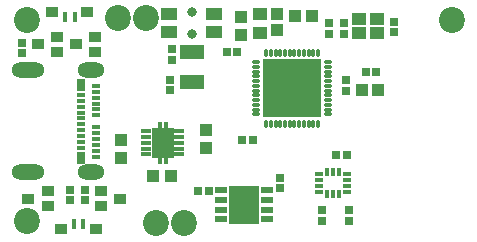
<source format=gts>
G04 Layer_Color=8388736*
%FSLAX44Y44*%
%MOMM*%
G71*
G01*
G75*
%ADD17R,0.9906X0.8890*%
%ADD18R,0.4064X0.8128*%
%ADD21R,1.0000X0.9000*%
%ADD66R,0.8000X0.8000*%
%ADD67R,4.9000X4.9000*%
%ADD68O,0.3000X0.7500*%
%ADD69O,0.7500X0.3000*%
%ADD70R,1.0000X0.5000*%
%ADD71R,2.6000X3.3000*%
%ADD72R,1.4500X1.1000*%
%ADD73R,0.8000X0.8000*%
%ADD74R,1.2000X1.1000*%
%ADD75R,1.1500X1.0500*%
%ADD76R,2.0000X1.2000*%
%ADD77R,1.0040X1.0112*%
%ADD78R,1.0112X1.0040*%
%ADD79R,1.1000X1.0000*%
%ADD80R,1.0000X1.1000*%
%ADD81R,0.4500X0.7000*%
%ADD82R,1.8510X2.5876*%
%ADD83R,0.8100X0.4500*%
%ADD84R,0.7995X0.4002*%
%ADD85R,0.8003X0.4002*%
%ADD86R,0.8000X0.4002*%
%ADD87R,0.7998X0.4002*%
%ADD88R,0.8000X1.1000*%
%ADD89R,0.8000X0.4000*%
%ADD90R,0.8000X0.3997*%
%ADD91R,0.8000X0.4005*%
%ADD92R,0.4000X0.7000*%
%ADD93R,0.7000X0.4000*%
%ADD94C,2.2000*%
%ADD95C,0.8000*%
%ADD96O,2.7989X1.3000*%
%ADD97O,2.3000X1.3000*%
%ADD98O,2.2989X1.3000*%
D17*
X73750Y8750D02*
D03*
X43750D02*
D03*
X66186Y192564D02*
D03*
X36186D02*
D03*
D18*
X54686Y12814D02*
D03*
X62814D02*
D03*
X47122Y188500D02*
D03*
X55250D02*
D03*
D21*
X72716Y158503D02*
D03*
Y171502D02*
D03*
X56216Y165002D02*
D03*
X40713Y158503D02*
D03*
Y171502D02*
D03*
X24213Y165002D02*
D03*
X32500Y27748D02*
D03*
Y40747D02*
D03*
X16000Y34248D02*
D03*
X77513Y40747D02*
D03*
Y27747D02*
D03*
X94014Y34247D02*
D03*
D66*
X10460Y166253D02*
D03*
Y157252D02*
D03*
X264750Y15747D02*
D03*
Y24747D02*
D03*
X229000Y52000D02*
D03*
Y43000D02*
D03*
X285228Y134500D02*
D03*
Y125500D02*
D03*
X326000Y175000D02*
D03*
Y184000D02*
D03*
X283500Y183000D02*
D03*
Y174000D02*
D03*
X270750Y182750D02*
D03*
X270750Y173750D02*
D03*
X137498Y151748D02*
D03*
Y160748D02*
D03*
X287500Y15747D02*
D03*
Y24748D02*
D03*
X136497Y126000D02*
D03*
Y135000D02*
D03*
X51759Y32998D02*
D03*
Y41998D02*
D03*
X63761Y32997D02*
D03*
Y41998D02*
D03*
D67*
X239476Y127750D02*
D03*
D68*
X217476Y158000D02*
D03*
X221476D02*
D03*
X225476D02*
D03*
X229476D02*
D03*
X233476D02*
D03*
X237476D02*
D03*
X241476D02*
D03*
X245476D02*
D03*
X249476D02*
D03*
X253476D02*
D03*
X257476D02*
D03*
X261476D02*
D03*
Y97500D02*
D03*
X257476D02*
D03*
X253476D02*
D03*
X249476D02*
D03*
X245476D02*
D03*
X241476D02*
D03*
X237476D02*
D03*
X233476D02*
D03*
X229476D02*
D03*
X225476D02*
D03*
X221476D02*
D03*
X217476D02*
D03*
D69*
X269726Y149750D02*
D03*
Y145750D02*
D03*
Y141750D02*
D03*
Y137750D02*
D03*
Y133750D02*
D03*
Y129750D02*
D03*
Y125750D02*
D03*
Y121750D02*
D03*
Y117750D02*
D03*
Y113750D02*
D03*
Y109750D02*
D03*
Y105750D02*
D03*
X209226D02*
D03*
Y109750D02*
D03*
Y113750D02*
D03*
Y117750D02*
D03*
Y121750D02*
D03*
Y125750D02*
D03*
Y129750D02*
D03*
Y133750D02*
D03*
Y137750D02*
D03*
Y141750D02*
D03*
Y145750D02*
D03*
Y149750D02*
D03*
D70*
X179674Y41250D02*
D03*
Y33122D02*
D03*
Y24994D02*
D03*
Y16866D02*
D03*
X217980D02*
D03*
Y24994D02*
D03*
Y33122D02*
D03*
Y41250D02*
D03*
D71*
X198827Y29058D02*
D03*
D72*
X135250Y190500D02*
D03*
X173750D02*
D03*
X135250Y175500D02*
D03*
X173750D02*
D03*
D73*
X197000Y83997D02*
D03*
X206000D02*
D03*
X301750Y141250D02*
D03*
X310750D02*
D03*
X184000Y158750D02*
D03*
X193000D02*
D03*
X276750Y71000D02*
D03*
X285750D02*
D03*
X169082Y40502D02*
D03*
X160082D02*
D03*
D74*
X212489Y174250D02*
D03*
Y190250D02*
D03*
D75*
X310997Y174500D02*
D03*
Y186000D02*
D03*
X296497D02*
D03*
Y174500D02*
D03*
D76*
X154750Y133250D02*
D03*
Y158250D02*
D03*
D77*
X312168Y126500D02*
D03*
X298794D02*
D03*
D78*
X226992Y190687D02*
D03*
Y177313D02*
D03*
D79*
X166750Y77500D02*
D03*
Y92500D02*
D03*
X196486Y188250D02*
D03*
Y173250D02*
D03*
X95003Y69000D02*
D03*
Y84000D02*
D03*
D80*
X256744Y189250D02*
D03*
X241744D02*
D03*
X121750Y53153D02*
D03*
X136750D02*
D03*
D81*
X127500Y67451D02*
D03*
X132500D02*
D03*
Y95951D02*
D03*
X127500D02*
D03*
D82*
X130000Y81701D02*
D03*
D83*
X144000Y91701D02*
D03*
Y86701D02*
D03*
Y81701D02*
D03*
Y76701D02*
D03*
Y71701D02*
D03*
X116000D02*
D03*
Y76701D02*
D03*
Y81701D02*
D03*
Y86701D02*
D03*
Y91701D02*
D03*
D84*
X60475Y112194D02*
D03*
D85*
X60504Y117221D02*
D03*
Y107239D02*
D03*
D86*
X73500Y104754D02*
D03*
X73510Y109814D02*
D03*
X73487Y69763D02*
D03*
X73497Y89751D02*
D03*
X73492Y84760D02*
D03*
X73462Y79730D02*
D03*
X73495Y74795D02*
D03*
X73513Y94754D02*
D03*
X73525Y129776D02*
D03*
X60505Y102219D02*
D03*
X60497Y77279D02*
D03*
X73510Y124770D02*
D03*
X73477Y114749D02*
D03*
X73507Y119778D02*
D03*
D87*
X60517Y122207D02*
D03*
D88*
X60487Y130760D02*
D03*
Y68761D02*
D03*
D89*
X60500Y92251D02*
D03*
D90*
X60495Y87264D02*
D03*
X60465Y82237D02*
D03*
D91*
X60515Y97247D02*
D03*
D92*
X269250Y56771D02*
D03*
X274250D02*
D03*
X279250D02*
D03*
Y38229D02*
D03*
X274250D02*
D03*
X269250D02*
D03*
D93*
X286061Y55000D02*
D03*
Y50000D02*
D03*
Y45000D02*
D03*
Y40000D02*
D03*
X262439D02*
D03*
Y45000D02*
D03*
Y50000D02*
D03*
Y55000D02*
D03*
D94*
X375250Y185250D02*
D03*
X15250Y15250D02*
D03*
X15250Y185250D02*
D03*
X148250Y13500D02*
D03*
X124500D02*
D03*
X115718Y187000D02*
D03*
X91968D02*
D03*
D95*
X154500Y174000D02*
D03*
Y192000D02*
D03*
D96*
X15781Y56568D02*
D03*
Y142958D02*
D03*
D97*
X69387D02*
D03*
D98*
X69390Y56568D02*
D03*
M02*

</source>
